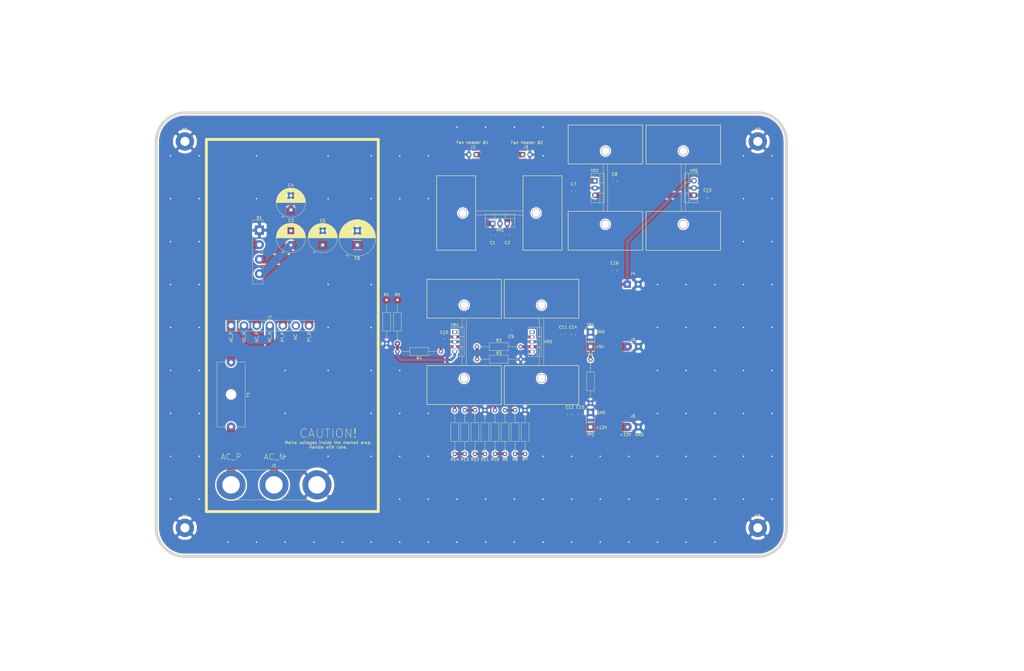
<source format=kicad_pcb>
(kicad_pcb (version 20171130) (host pcbnew "(5.1.5)-3")
  (layers (0 F.Cu signal) (31 B.Cu signal) (34 B.Paste user) (35 F.Paste user) (36 B.SilkS user) (37 F.SilkS user) (38 B.Mask user) (39 F.Mask user) (44 Edge.Cuts user))
  (net 0 "")
  (net 1 GND)
  (net 2 "Net-(C2-Pad1)")
  (net 3 +12V)
  (net 4 +5V)
  (net 5 +3V3)
  (net 6 "Net-(D1-Pad2)")
  (net 7 "Net-(D1-Pad3)")
  (net 8 "Net-(F1-Pad2)")
  (net 9 "Net-(F1-Pad1)")
  (net 10 "Net-(J1-Pad2)")
  (net 11 "Net-(T1-Pad8)")
  (net 12 "Net-(R2-Pad2)")
  (net 13 "Net-(VR3-Pad1)")
  (net 14 "Net-(VR4-Pad1)")
  (net 15 "Net-(R7-Pad2)")
  (net 16 "Net-(R8-Pad2)")
  (net 17 "Net-(R10-Pad1)")
  (net 18 "Net-(R11-Pad2)")
  (net 19 "Net-(R12-Pad2)")
  (net 20 "Net-(R13-Pad2)")
  (net 21 VCC)
  (net 22 "Net-(C3-Pad2)")
  (net 23 "Net-(C13-Pad1)")
  (net 24 "Net-(R1-Pad2)")
  (net 25 "Net-(R4-Pad2)")
  (module footprints:Bigger_TO220_Heatsink (layer F.Cu) (at 557.5 355 90)
    (fp_text reference HS4 hide)
    (fp_text value Heatsink)
    (pad "" np_thru_hole circle (at -12.8 0 90) (size 3 3) (drill 2.75) (layers *.Cu *.Mask))
    (pad "" np_thru_hole circle (at 12.8 0 90) (size 3 3) (drill 2.75) (layers *.Cu *.Mask))
  )
  (module Symbol:Symbol_Highvoltage_Type2_CopperTop_Small (layer F.Cu) (at 510 380)
    (fp_text reference REF**)
    (fp_text value Symbol_Highvoltage_Type2_CopperTop_Small)
    (fp_line (start -1.143 1.397) (end -1.27 0.889) (layer F.Cu) (width 0.381))
    (fp_line (start 0 -0.889) (end -1.143 1.397) (layer F.Cu) (width 0.381))
    (fp_line (start -1.397 -0.889) (end 0 -0.889) (layer F.Cu) (width 0.381))
    (fp_line (start 0.127 -3.175) (end -1.397 -0.889) (layer F.Cu) (width 0.381))
    (fp_line (start 0.381 -2.794) (end 0.254 -3.302) (layer F.Cu) (width 0.381))
    (fp_line (start 1.143 -3.302) (end 0.381 -2.794) (layer F.Cu) (width 0.381))
    (fp_line (start -0.635 -1.27) (end 1.143 -3.302) (layer F.Cu) (width 0.381))
    (fp_line (start 0.635 -1.27) (end -0.635 -1.27) (layer F.Cu) (width 0.381))
    (fp_line (start -1.143 1.524) (end 0.635 -1.27) (layer F.Cu) (width 0.381))
    (fp_line (start -0.635 1.27) (end -1.143 1.524) (layer F.Cu) (width 0.381))
    (fp_line (start -1.397 1.905) (end -0.635 1.27) (layer F.Cu) (width 0.381))
    (fp_line (start -1.27 0.889) (end -1.397 1.905) (layer F.Cu) (width 0.381))
    (fp_line (start -1.016 -1.016) (end 0.254 -1.016) (layer F.Cu) (width 0.381))
    (fp_line (start 0.381 -2.921) (end -1.016 -1.016) (layer F.Cu) (width 0.381))
    (fp_line (start -8.89 3.81) (end 0 -7.62) (layer F.Cu) (width 1.27))
    (fp_line (start 8.89 3.81) (end -8.89 3.81) (layer F.Cu) (width 1.27))
    (fp_line (start 0 -7.62) (end 8.89 3.81) (layer F.Cu) (width 1.27))
  )
  (module TestPoint:TestPoint_2Pads_Pitch5.08mm_Drill1.3mm (layer F.Cu) (at 601.6 384.75 90)
    (fp_text reference TP2 (at -2.7 0 180) (layer F.SilkS))
    (fp_text value "Voltage Test Point")
    (pad 2 thru_hole circle (at 5.08 0 90) (size 2.6 2.6) (drill 1.3) (layers *.Cu *.Mask) (net 1 GND))
    (pad 1 thru_hole roundrect (at 0 0 90) (size 2.6 2.6) (drill 1.3) (layers *.Cu *.Mask) (net 3 +12V))
  )
  (module Resistor_THT:R_Axial_DIN0207_L6.3mm_D2.5mm_P15.24mm_Horizontal (layer F.Cu) (at 554.2 394.14 90)
    (fp_text reference R14 (at -1.96 0 180) (layer F.SilkS))
    (fp_text value 330)
    (pad 2 thru_hole oval (at 15.24 0 90) (size 1.6 1.6) (drill 0.8) (layers *.Cu *.Mask) (net 3 +12V))
    (pad 1 thru_hole circle (at 0 0 90) (size 1.6 1.6) (drill 0.8) (layers *.Cu *.Mask) (net 20 "Net-(R13-Pad2)"))
  )
  (module Resistor_THT:R_Axial_DIN0207_L6.3mm_D2.5mm_P15.24mm_Horizontal (layer F.Cu) (at 557.7 378.91 270)
    (fp_text reference R13 (at 17.19 0 180) (layer F.SilkS))
    (fp_text value 330)
    (pad 2 thru_hole oval (at 15.24 0 270) (size 1.6 1.6) (drill 0.8) (layers *.Cu *.Mask) (net 20 "Net-(R13-Pad2)"))
    (pad 1 thru_hole circle (at 0 0 270) (size 1.6 1.6) (drill 0.8) (layers *.Cu *.Mask) (net 19 "Net-(R12-Pad2)"))
  )
  (module Resistor_THT:R_Axial_DIN0207_L6.3mm_D2.5mm_P15.24mm_Horizontal (layer F.Cu) (at 561.25 394.14 90)
    (fp_text reference R12 (at -1.96 0 180) (layer F.SilkS))
    (fp_text value 330)
    (pad 2 thru_hole oval (at 15.24 0 90) (size 1.6 1.6) (drill 0.8) (layers *.Cu *.Mask) (net 19 "Net-(R12-Pad2)"))
    (pad 1 thru_hole circle (at 0 0 90) (size 1.6 1.6) (drill 0.8) (layers *.Cu *.Mask) (net 18 "Net-(R11-Pad2)"))
  )
  (module Resistor_THT:R_Axial_DIN0207_L6.3mm_D2.5mm_P15.24mm_Horizontal (layer F.Cu) (at 564.75 378.91 270)
    (fp_text reference R11 (at 17.19 0 180) (layer F.SilkS))
    (fp_text value 330)
    (pad 2 thru_hole oval (at 15.24 0 270) (size 1.6 1.6) (drill 0.8) (layers *.Cu *.Mask) (net 18 "Net-(R11-Pad2)"))
    (pad 1 thru_hole circle (at 0 0 270) (size 1.6 1.6) (drill 0.8) (layers *.Cu *.Mask) (net 1 GND))
  )
  (module Resistor_THT:R_Axial_DIN0207_L6.3mm_D2.5mm_P15.24mm_Horizontal (layer F.Cu) (at 568.25 394.14 90)
    (fp_text reference R10 (at -1.96 0 180) (layer F.SilkS))
    (fp_text value 330)
    (pad 2 thru_hole oval (at 15.24 0 90) (size 1.6 1.6) (drill 0.8) (layers *.Cu *.Mask) (net 3 +12V))
    (pad 1 thru_hole circle (at 0 0 90) (size 1.6 1.6) (drill 0.8) (layers *.Cu *.Mask) (net 17 "Net-(R10-Pad1)"))
  )
  (module Resistor_THT:R_Axial_DIN0207_L6.3mm_D2.5mm_P15.24mm_Horizontal (layer F.Cu) (at 571.75 378.91 270)
    (fp_text reference R9 (at 17.19 0 180) (layer F.SilkS))
    (fp_text value 330)
    (pad 2 thru_hole oval (at 15.24 0 270) (size 1.6 1.6) (drill 0.8) (layers *.Cu *.Mask) (net 17 "Net-(R10-Pad1)"))
    (pad 1 thru_hole circle (at 0 0 270) (size 1.6 1.6) (drill 0.8) (layers *.Cu *.Mask) (net 16 "Net-(R8-Pad2)"))
  )
  (module Resistor_THT:R_Axial_DIN0207_L6.3mm_D2.5mm_P15.24mm_Horizontal (layer F.Cu) (at 575.25 394.14 90)
    (fp_text reference R8 (at -1.96 0 180) (layer F.SilkS))
    (fp_text value 330)
    (pad 2 thru_hole oval (at 15.24 0 90) (size 1.6 1.6) (drill 0.8) (layers *.Cu *.Mask) (net 16 "Net-(R8-Pad2)"))
    (pad 1 thru_hole circle (at 0 0 90) (size 1.6 1.6) (drill 0.8) (layers *.Cu *.Mask) (net 15 "Net-(R7-Pad2)"))
  )
  (module Resistor_THT:R_Axial_DIN0207_L6.3mm_D2.5mm_P15.24mm_Horizontal (layer F.Cu) (at 578.75 378.91 270)
    (fp_text reference R7 (at 17.19 0 180) (layer F.SilkS))
    (fp_text value 330)
    (pad 2 thru_hole oval (at 15.24 0 270) (size 1.6 1.6) (drill 0.8) (layers *.Cu *.Mask) (net 15 "Net-(R7-Pad2)"))
    (pad 1 thru_hole circle (at 0 0 270) (size 1.6 1.6) (drill 0.8) (layers *.Cu *.Mask) (net 1 GND))
  )
  (module Connector_Wire:SolderWirePad_1x02_P3.81mm_Drill1mm (layer F.Cu) (at 614.5 384.75)
    (fp_text reference J6 (at 1.905 -3.81) (layer F.SilkS))
    (fp_text value Conn_01x02)
    (pad 2 thru_hole circle (at 3.81 0) (size 2.49936 2.49936) (drill 1.00076) (layers *.Cu *.Mask) (net 1 GND))
    (pad 1 thru_hole rect (at 0 0) (size 2.49936 2.49936) (drill 1.00076) (layers *.Cu *.Mask) (net 3 +12V))
  )
  (module Connector_Wire:SolderWirePad_1x02_P3.81mm_Drill1mm (layer F.Cu) (at 614.55 356.65)
    (fp_text reference J5 (at 1.9 -2.45) (layer F.SilkS))
    (fp_text value Conn_01x02)
    (pad 2 thru_hole circle (at 3.81 0) (size 2.49936 2.49936) (drill 1.00076) (layers *.Cu *.Mask) (net 1 GND))
    (pad 1 thru_hole rect (at 0 0) (size 2.49936 2.49936) (drill 1.00076) (layers *.Cu *.Mask) (net 4 +5V))
  )
  (module Connector_Wire:SolderWirePad_1x02_P3.81mm_Drill1mm (layer F.Cu) (at 614.45 334.9)
    (fp_text reference J4 (at 1.905 -3.81) (layer F.SilkS))
    (fp_text value Conn_01x02)
    (pad 2 thru_hole circle (at 3.81 0) (size 2.49936 2.49936) (drill 1.00076) (layers *.Cu *.Mask) (net 1 GND))
    (pad 1 thru_hole rect (at 0 0) (size 2.49936 2.49936) (drill 1.00076) (layers *.Cu *.Mask) (net 5 +3V3))
  )
  (module MountingHole:MountingHole_3.2mm_M3_Pad (layer F.Cu) (at 460 420)
    (fp_text reference H4 (at 0 -4.2) (layer F.SilkS))
    (fp_text value MountingHole)
    (pad 1 thru_hole circle (at 0 0) (size 6.4 6.4) (drill 3.2) (layers *.Cu *.Mask) (net 1 GND))
  )
  (module MountingHole:MountingHole_3.2mm_M3_Pad (layer F.Cu) (at 660 420)
    (fp_text reference H3 (at 0 -4.2) (layer F.SilkS))
    (fp_text value MountingHole)
    (pad 1 thru_hole circle (at 0 0) (size 6.4 6.4) (drill 3.2) (layers *.Cu *.Mask) (net 1 GND))
  )
  (module MountingHole:MountingHole_3.2mm_M3_Pad (layer F.Cu) (at 660 285)
    (fp_text reference H2 (at 0 -4.2) (layer F.SilkS))
    (fp_text value MountingHole)
    (pad 1 thru_hole circle (at 0 0) (size 6.4 6.4) (drill 3.2) (layers *.Cu *.Mask) (net 1 GND))
  )
  (module MountingHole:MountingHole_3.2mm_M3_Pad (layer F.Cu) (at 460 285)
    (fp_text reference H1 (at 0 -4.2) (layer F.SilkS))
    (fp_text value MountingHole)
    (pad 1 thru_hole circle (at 0 0) (size 6.4 6.4) (drill 3.2) (layers *.Cu *.Mask) (net 1 GND))
  )
  (module Capacitor_SMD:C_0805_2012Metric_Pad1.15x1.40mm_HandSolder (layer F.Cu) (at 610 330.175 90)
    (fp_text reference C16 (at 2.675 0 180) (layer F.SilkS))
    (fp_text value 1uF)
    (pad 2 smd roundrect (at 1.025 0 90) (size 1.15 1.4) (layers F.Cu F.Paste F.Mask) (roundrect_rratio 0.217391) (net 1 GND))
    (pad 1 smd roundrect (at -1.025 0 90) (size 1.15 1.4) (layers F.Cu F.Paste F.Mask) (roundrect_rratio 0.217391) (net 5 +3V3))
  )
  (module Capacitor_SMD:C_0805_2012Metric_Pad1.15x1.40mm_HandSolder (layer F.Cu) (at 598 380.4 90)
    (fp_text reference C15 (at 2.6 0 180) (layer F.SilkS))
    (fp_text value 10uF)
    (pad 2 smd roundrect (at 1.025 0 90) (size 1.15 1.4) (layers F.Cu F.Paste F.Mask) (roundrect_rratio 0.217391) (net 1 GND))
    (pad 1 smd roundrect (at -1.025 0 90) (size 1.15 1.4) (layers F.Cu F.Paste F.Mask) (roundrect_rratio 0.217391) (net 3 +12V))
  )
  (module Capacitor_SMD:C_0805_2012Metric_Pad1.15x1.40mm_HandSolder (layer F.Cu) (at 595.5 352.4 90)
    (fp_text reference C14 (at 2.5 0 180) (layer F.SilkS))
    (fp_text value 10uF)
    (pad 2 smd roundrect (at 1.025 0 90) (size 1.15 1.4) (layers F.Cu F.Paste F.Mask) (roundrect_rratio 0.217391) (net 1 GND))
    (pad 1 smd roundrect (at -1.025 0 90) (size 1.15 1.4) (layers F.Cu F.Paste F.Mask) (roundrect_rratio 0.217391) (net 4 +5V))
  )
  (module Capacitor_SMD:C_1206_3216Metric_Pad1.42x1.75mm_HandSolder (layer F.Cu) (at 642.4 303.8)
    (fp_text reference C13 (at 0 -1.82) (layer F.SilkS))
    (fp_text value 4.7uF)
    (pad 2 smd roundrect (at 1.4875 0) (size 1.425 1.75) (layers F.Cu F.Paste F.Mask) (roundrect_rratio 0.175439) (net 1 GND))
    (pad 1 smd roundrect (at -1.4875 0) (size 1.425 1.75) (layers F.Cu F.Paste F.Mask) (roundrect_rratio 0.175439) (net 23 "Net-(C13-Pad1)"))
  )
  (module Capacitor_SMD:C_0805_2012Metric_Pad1.15x1.40mm_HandSolder (layer F.Cu) (at 594.3 380.425 90)
    (fp_text reference C12 (at 2.575 0 180) (layer F.SilkS))
    (fp_text value 10uF)
    (pad 2 smd roundrect (at 1.025 0 90) (size 1.15 1.4) (layers F.Cu F.Paste F.Mask) (roundrect_rratio 0.217391) (net 1 GND))
    (pad 1 smd roundrect (at -1.025 0 90) (size 1.15 1.4) (layers F.Cu F.Paste F.Mask) (roundrect_rratio 0.217391) (net 3 +12V))
  )
  (module Capacitor_SMD:C_0805_2012Metric_Pad1.15x1.40mm_HandSolder (layer F.Cu) (at 592 352.4 90)
    (fp_text reference C11 (at 2.5 0 180) (layer F.SilkS))
    (fp_text value 10uF)
    (pad 2 smd roundrect (at 1.025 0 90) (size 1.15 1.4) (layers F.Cu F.Paste F.Mask) (roundrect_rratio 0.217391) (net 1 GND))
    (pad 1 smd roundrect (at -1.025 0 90) (size 1.15 1.4) (layers F.Cu F.Paste F.Mask) (roundrect_rratio 0.217391) (net 4 +5V))
  )
  (module Capacitor_SMD:C_0805_2012Metric_Pad1.15x1.40mm_HandSolder (layer F.Cu) (at 610 298.975 90)
    (fp_text reference C8 (at 2.475 0 180) (layer F.SilkS))
    (fp_text value 0.1uF)
    (pad 2 smd roundrect (at 1.025 0 90) (size 1.15 1.4) (layers F.Cu F.Paste F.Mask) (roundrect_rratio 0.217391) (net 1 GND))
    (pad 1 smd roundrect (at -1.025 0 90) (size 1.15 1.4) (layers F.Cu F.Paste F.Mask) (roundrect_rratio 0.217391) (net 23 "Net-(C13-Pad1)"))
  )
  (module Capacitor_SMD:C_0805_2012Metric_Pad1.15x1.40mm_HandSolder (layer F.Cu) (at 595.7 302.325 270)
    (fp_text reference C7 (at -2.425 0 180) (layer F.SilkS))
    (fp_text value 1uF)
    (pad 2 smd roundrect (at 1.025 0 270) (size 1.15 1.4) (layers F.Cu F.Paste F.Mask) (roundrect_rratio 0.217391) (net 1 GND))
    (pad 1 smd roundrect (at -1.025 0 270) (size 1.15 1.4) (layers F.Cu F.Paste F.Mask) (roundrect_rratio 0.217391) (net 21 VCC))
  )
  (module Resistor_THT:R_Axial_DIN0207_L6.3mm_D2.5mm_P15.24mm_Horizontal (layer F.Cu) (at 601.6 376.44 90)
    (fp_text reference R6 (at 16.94 0 180) (layer F.SilkS))
    (fp_text value 330)
    (pad 2 thru_hole oval (at 15.24 0 90) (size 1.6 1.6) (drill 0.8) (layers *.Cu *.Mask) (net 4 +5V))
    (pad 1 thru_hole circle (at 0 0 90) (size 1.6 1.6) (drill 0.8) (layers *.Cu *.Mask) (net 1 GND))
  )
  (module Resistor_THT:R_Axial_DIN0207_L6.3mm_D2.5mm_P15.24mm_Horizontal (layer F.Cu) (at 534.2 355.6 90)
    (fp_text reference R5 (at 17 0 180) (layer F.SilkS))
    (fp_text value 220)
    (pad 2 thru_hole oval (at 15.24 0 90) (size 1.6 1.6) (drill 0.8) (layers *.Cu *.Mask) (net 24 "Net-(R1-Pad2)"))
    (pad 1 thru_hole circle (at 0 0 90) (size 1.6 1.6) (drill 0.8) (layers *.Cu *.Mask) (net 25 "Net-(R4-Pad2)"))
  )
  (module Resistor_THT:R_Axial_DIN0207_L6.3mm_D2.5mm_P15.24mm_Horizontal (layer F.Cu) (at 577.2 356.7 180)
    (fp_text reference R2 (at 7.62 2.2) (layer F.SilkS))
    (fp_text value 1k)
    (pad 2 thru_hole oval (at 15.24 0 180) (size 1.6 1.6) (drill 0.8) (layers *.Cu *.Mask) (net 12 "Net-(R2-Pad2)"))
    (pad 1 thru_hole circle (at 0 0 180) (size 1.6 1.6) (drill 0.8) (layers *.Cu *.Mask) (net 4 +5V))
  )
  (module Resistor_THT:R_Axial_DIN0207_L6.3mm_D2.5mm_P15.24mm_Horizontal (layer F.Cu) (at 530.4 355.6 90)
    (fp_text reference R1 (at 17 0 180) (layer F.SilkS))
    (fp_text value 10)
    (pad 2 thru_hole oval (at 15.24 0 90) (size 1.6 1.6) (drill 0.8) (layers *.Cu *.Mask) (net 24 "Net-(R1-Pad2)"))
    (pad 1 thru_hole circle (at 0 0 90) (size 1.6 1.6) (drill 0.8) (layers *.Cu *.Mask) (net 1 GND))
  )
  (module Package_TO_SOT_THT:TO-220-5_Vertical (layer F.Cu) (at 554.2 351.6 270)
    (fp_text reference VR4 (at -2.5 0 180) (layer F.SilkS))
    (fp_text value MIC29503WT)
    (pad 5 thru_hole oval (at 6.8 0 270) (size 1.275 1.8) (drill 1.1) (layers *.Cu *.Mask) (net 25 "Net-(R4-Pad2)"))
    (pad 4 thru_hole oval (at 5.1 0 270) (size 1.275 1.8) (drill 1.1) (layers *.Cu *.Mask) (net 3 +12V))
    (pad 3 thru_hole oval (at 3.4 0 270) (size 1.275 1.8) (drill 1.1) (layers *.Cu *.Mask) (net 1 GND))
    (pad 2 thru_hole oval (at 1.7 0 270) (size 1.275 1.8) (drill 1.1) (layers *.Cu *.Mask) (net 21 VCC))
    (pad 1 thru_hole rect (at 0 0 270) (size 1.275 1.8) (drill 1.1) (layers *.Cu *.Mask) (net 14 "Net-(VR4-Pad1)"))
  )
  (module Package_TO_SOT_THT:TO-220-5_Vertical (layer F.Cu) (at 581.2 351.6 270)
    (fp_text reference VR3 (at 3.4 -5.55 180) (layer F.SilkS))
    (fp_text value MIC29503WT)
    (pad 5 thru_hole oval (at 6.8 0 270) (size 1.275 1.8) (drill 1.1) (layers *.Cu *.Mask) (net 12 "Net-(R2-Pad2)"))
    (pad 4 thru_hole oval (at 5.1 0 270) (size 1.275 1.8) (drill 1.1) (layers *.Cu *.Mask) (net 4 +5V))
    (pad 3 thru_hole oval (at 3.4 0 270) (size 1.275 1.8) (drill 1.1) (layers *.Cu *.Mask) (net 1 GND))
    (pad 2 thru_hole oval (at 1.7 0 270) (size 1.275 1.8) (drill 1.1) (layers *.Cu *.Mask) (net 21 VCC))
    (pad 1 thru_hole rect (at 0 0 270) (size 1.275 1.8) (drill 1.1) (layers *.Cu *.Mask) (net 13 "Net-(VR3-Pad1)"))
  )
  (module footprints:TriadTransformer (layer F.Cu) (at 476.124 349.354 90)
    (fp_text reference T1 (at 2.854 13.576 90) (layer F.SilkS))
    (fp_text value "Triad FD8-16")
    (fp_text user PT_N (at -4 27.25 90) (layer F.SilkS))
    (fp_text user NC (at -4 22.5 90) (layer F.SilkS))
    (fp_text user PT_P (at -4 18 90) (layer F.SilkS))
    (fp_text user AC_P (at -4 9 90) (layer F.SilkS))
    (fp_text user AC_N (at -4 13.5 90) (layer F.SilkS))
    (fp_text user AC_N (at -4 4.5 90) (layer F.SilkS))
    (fp_text user AC_P (at -4 0 90) (layer F.SilkS))
    (pad 10 thru_hole oval (at 0 27.2 90) (size 3 3) (drill 1.75) (layers *.Cu *.Mask) (net 7 "Net-(D1-Pad3)"))
    (pad 8 thru_hole oval (at 0 22.6 90) (size 3 3) (drill 1.75) (layers *.Cu *.Mask) (net 11 "Net-(T1-Pad8)"))
    (pad 6 thru_hole oval (at 0 18.06 90) (size 3 3) (drill 1.75) (layers *.Cu *.Mask) (net 6 "Net-(D1-Pad2)"))
    (pad 5 thru_hole oval (at 0 13.52 90) (size 3 3) (drill 1.75) (layers *.Cu *.Mask) (net 10 "Net-(J1-Pad2)"))
    (pad 4 thru_hole oval (at 0 8.98 90) (size 3 3) (drill 1.75) (layers *.Cu *.Mask) (net 9 "Net-(F1-Pad1)"))
    (pad 2 thru_hole oval (at 0 4.5 90) (size 3 3) (drill 1.75) (layers *.Cu *.Mask) (net 10 "Net-(J1-Pad2)"))
    (pad 1 thru_hole rect (at 0 0 90) (size 3 3) (drill 1.75) (layers *.Cu *.Mask) (net 9 "Net-(F1-Pad1)"))
  )
  (module TestPoint:TestPoint_2Pads_Pitch5.08mm_Drill1.3mm (layer F.Cu) (at 601.6 356.68 90)
    (fp_text reference TP1 (at 7.58 0 180) (layer F.SilkS))
    (fp_text value "Voltage Test Point")
    (pad 2 thru_hole circle (at 5.08 0 90) (size 2.6 2.6) (drill 1.3) (layers *.Cu *.Mask) (net 1 GND))
    (pad 1 thru_hole roundrect (at 0 0 90) (size 2.6 2.6) (drill 1.3) (layers *.Cu *.Mask) (net 4 +5V))
  )
  (module Resistor_THT:R_Axial_DIN0207_L6.3mm_D2.5mm_P15.24mm_Horizontal (layer F.Cu) (at 549.4 358.4 180)
    (fp_text reference R4 (at 7.62 -2.37) (layer F.SilkS))
    (fp_text value 2k)
    (pad 2 thru_hole oval (at 15.24 0 180) (size 1.6 1.6) (drill 0.8) (layers *.Cu *.Mask) (net 25 "Net-(R4-Pad2)"))
    (pad 1 thru_hole circle (at 0 0 180) (size 1.6 1.6) (drill 0.8) (layers *.Cu *.Mask) (net 3 +12V))
  )
  (module Resistor_THT:R_Axial_DIN0207_L6.3mm_D2.5mm_P15.24mm_Horizontal (layer F.Cu) (at 562 361.1)
    (fp_text reference R3 (at 7.62 -2.1) (layer F.SilkS))
    (fp_text value 330)
    (pad 2 thru_hole oval (at 15.24 0) (size 1.6 1.6) (drill 0.8) (layers *.Cu *.Mask) (net 1 GND))
    (pad 1 thru_hole circle (at 0 0) (size 1.6 1.6) (drill 0.8) (layers *.Cu *.Mask) (net 12 "Net-(R2-Pad2)"))
  )
  (module Capacitor_SMD:C_0805_2012Metric_Pad1.15x1.40mm_HandSolder (layer F.Cu) (at 550.475 353.3 180)
    (fp_text reference C10 (at 0 1.6) (layer F.SilkS))
    (fp_text value 10uF)
    (pad 2 smd roundrect (at 1.025 0 180) (size 1.15 1.4) (layers F.Cu F.Paste F.Mask) (roundrect_rratio 0.217391) (net 1 GND))
    (pad 1 smd roundrect (at -1.025 0 180) (size 1.15 1.4) (layers F.Cu F.Paste F.Mask) (roundrect_rratio 0.217391) (net 21 VCC))
  )
  (module Capacitor_SMD:C_0805_2012Metric_Pad1.15x1.40mm_HandSolder (layer F.Cu) (at 573.875 351.6 180)
    (fp_text reference C9 (at 0 -1.65) (layer F.SilkS))
    (fp_text value 10uF)
    (pad 2 smd roundrect (at 1.025 0 180) (size 1.15 1.4) (layers F.Cu F.Paste F.Mask) (roundrect_rratio 0.217391) (net 1 GND))
    (pad 1 smd roundrect (at -1.025 0 180) (size 1.15 1.4) (layers F.Cu F.Paste F.Mask) (roundrect_rratio 0.217391) (net 21 VCC))
  )
  (module Package_TO_SOT_THT:TO-220-3_Vertical (layer F.Cu) (at 637.7 303.8 90)
    (fp_text reference VR5 (at 8.6 0 180) (layer F.SilkS))
    (fp_text value MCP1826S-3302E_AB)
    (pad 3 thru_hole oval (at 5.08 0 90) (size 1.905 2) (drill 1.1) (layers *.Cu *.Mask) (net 5 +3V3))
    (pad 2 thru_hole oval (at 2.54 0 90) (size 1.905 2) (drill 1.1) (layers *.Cu *.Mask) (net 1 GND))
    (pad 1 thru_hole rect (at 0 0 90) (size 1.905 2) (drill 1.1) (layers *.Cu *.Mask) (net 23 "Net-(C13-Pad1)"))
  )
  (module Package_TO_SOT_THT:TO-220-3_Vertical (layer F.Cu) (at 603.12 298.75 270)
    (fp_text reference VR2 (at -3.55 0.02 180) (layer F.SilkS))
    (fp_text value L78S05CV)
    (pad 3 thru_hole oval (at 5.08 0 270) (size 1.905 2) (drill 1.1) (layers *.Cu *.Mask) (net 23 "Net-(C13-Pad1)"))
    (pad 2 thru_hole oval (at 2.54 0 270) (size 1.905 2) (drill 1.1) (layers *.Cu *.Mask) (net 1 GND))
    (pad 1 thru_hole rect (at 0 0 270) (size 1.905 2) (drill 1.1) (layers *.Cu *.Mask) (net 21 VCC))
  )
  (module Package_TO_SOT_THT:TO-220-3_Vertical (layer F.Cu) (at 567.46 313.68)
    (fp_text reference VR1 (at 2.54 2.32) (layer F.SilkS))
    (fp_text value L78S12CV hide)
    (pad 3 thru_hole oval (at 5.08 0) (size 1.905 2) (drill 1.1) (layers *.Cu *.Mask) (net 2 "Net-(C2-Pad1)"))
    (pad 2 thru_hole oval (at 2.54 0) (size 1.905 2) (drill 1.1) (layers *.Cu *.Mask) (net 1 GND))
    (pad 1 thru_hole rect (at 0 0) (size 1.905 2) (drill 1.1) (layers *.Cu *.Mask) (net 21 VCC))
  )
  (module Connector_PinHeader_2.54mm:PinHeader_1x02_P2.54mm_Vertical (layer F.Cu) (at 577.9 289.6 90)
    (fp_text reference J3 (at 2.6 1.1 180) (layer F.SilkS))
    (fp_text value "Fan Header #2")
    (pad 2 thru_hole oval (at 0 2.54 90) (size 1.7 1.7) (drill 1) (layers *.Cu *.Mask) (net 1 GND))
    (pad 1 thru_hole rect (at 0 0 90) (size 1.7 1.7) (drill 1) (layers *.Cu *.Mask) (net 2 "Net-(C2-Pad1)"))
  )
  (module Connector_PinHeader_2.54mm:PinHeader_1x02_P2.54mm_Vertical (layer F.Cu) (at 561.7 289.6 270)
    (fp_text reference J2 (at -2.6 1.16 180) (layer F.SilkS))
    (fp_text value "Fan Header #1")
    (pad 2 thru_hole oval (at 0 2.54 270) (size 1.7 1.7) (drill 1) (layers *.Cu *.Mask) (net 1 GND))
    (pad 1 thru_hole rect (at 0 0 270) (size 1.7 1.7) (drill 1) (layers *.Cu *.Mask) (net 2 "Net-(C2-Pad1)"))
  )
  (module Connector:Banana_Jack_3Pin (layer F.Cu) (at 476.12 404.98)
    (fp_text reference J1 (at 14.99 -6.75) (layer F.SilkS))
    (fp_text value Conn_WallSocket_Earth)
    (pad 2 thru_hole circle (at 14.99 0) (size 10.16 10.16) (drill 6.1) (layers *.Cu *.Mask) (net 10 "Net-(J1-Pad2)"))
    (pad 3 thru_hole circle (at 29.97 0) (size 10.16 10.16) (drill 6.1) (layers *.Cu *.Mask) (net 1 GND))
    (pad 1 thru_hole circle (at 0 0) (size 10.16 10.16) (drill 6.1) (layers *.Cu *.Mask) (net 8 "Net-(F1-Pad2)"))
  )
  (module footprints:Bigger_TO220_Heatsink (layer F.Cu) (at 634 301.15 90)
    (fp_text reference HS7 hide)
    (fp_text value Heatsink)
    (pad "" np_thru_hole circle (at -12.8 0 90) (size 3 3) (drill 2.75) (layers *.Cu *.Mask))
    (pad "" np_thru_hole circle (at 12.8 0 90) (size 3 3) (drill 2.75) (layers *.Cu *.Mask))
  )
  (module footprints:Bigger_TO220_Heatsink (layer F.Cu) (at 584.5 355 90)
    (fp_text reference HS3 hide)
    (fp_text value Heatsink)
    (pad "" np_thru_hole circle (at -12.8 0 90) (size 3 3) (drill 2.75) (layers *.Cu *.Mask))
    (pad "" np_thru_hole circle (at 12.8 0 90) (size 3 3) (drill 2.75) (layers *.Cu *.Mask))
  )
  (module footprints:Bigger_TO220_Heatsink (layer F.Cu) (at 606.8 301.15 270)
    (fp_text reference HS2 hide)
    (fp_text value Heatsink)
    (pad "" np_thru_hole circle (at -12.8 0 270) (size 3 3) (drill 2.75) (layers *.Cu *.Mask))
    (pad "" np_thru_hole circle (at 12.8 0 270) (size 3 3) (drill 2.75) (layers *.Cu *.Mask))
  )
  (module footprints:Bigger_TO220_Heatsink (layer F.Cu) (at 569.8 310)
    (fp_text reference HS1 hide)
    (fp_text value Heatsink hide)
    (pad "" np_thru_hole circle (at -12.8 0) (size 3 3) (drill 2.75) (layers *.Cu *.Mask))
    (pad "" np_thru_hole circle (at 12.8 0) (size 3 3) (drill 2.75) (layers *.Cu *.Mask))
  )
  (module Fuse:Fuseholder_Cylinder-5x20mm_Schurter_0031_8201_Horizontal_Open (layer F.Cu) (at 476.124 362.16 270)
    (fp_text reference F1 (at 11.25 -6 90) (layer F.SilkS))
    (fp_text value Fuse)
    (pad "" np_thru_hole circle (at 11.25 0 270) (size 2.7 2.7) (drill 2.7) (layers *.Cu *.Mask))
    (pad 2 thru_hole circle (at 22.5 0 270) (size 3 3) (drill 1.3) (layers *.Cu *.Mask) (net 8 "Net-(F1-Pad2)"))
    (pad 1 thru_hole circle (at 0 0 270) (size 3 3) (drill 1.3) (layers *.Cu *.Mask) (net 9 "Net-(F1-Pad1)"))
  )
  (module Diode_THT:Diode_Bridge_Vishay_GBU (layer F.Cu) (at 486 316 270)
    (fp_text reference D1 (at -4.37 0.05) (layer F.SilkS))
    (fp_text value "Diode bridge")
    (pad 1 thru_hole rect (at 0 0 270) (size 3.2 3.2) (drill 1.6) (layers *.Cu *.Mask) (net 1 GND))
    (pad 2 thru_hole circle (at 5.08 0 270) (size 3.2 3.2) (drill 1.6) (layers *.Cu *.Mask) (net 6 "Net-(D1-Pad2)"))
    (pad 3 thru_hole circle (at 10.16 0 270) (size 3.2 3.2) (drill 1.6) (layers *.Cu *.Mask) (net 7 "Net-(D1-Pad3)"))
    (pad 4 thru_hole circle (at 15.24 0 270) (size 3.2 3.2) (drill 1.6) (layers *.Cu *.Mask) (net 21 VCC))
  )
  (module Capacitor_THT:CP_Radial_D12.5mm_P5.00mm (layer F.Cu) (at 520.2 321.2 90)
    (fp_text reference C6 (at -4.6 0 180) (layer F.SilkS))
    (fp_text value 1000uf)
    (pad 2 thru_hole circle (at 5 0 90) (size 2.4 2.4) (drill 1.2) (layers *.Cu *.Mask) (net 1 GND))
    (pad 1 thru_hole rect (at 0 0 90) (size 2.4 2.4) (drill 1.2) (layers *.Cu *.Mask) (net 21 VCC))
  )
  (module Capacitor_THT:CP_Radial_D10.0mm_P5.00mm (layer F.Cu) (at 508.1 321.2 90)
    (fp_text reference C5 (at 8.5 0 180) (layer F.SilkS))
    (fp_text value 470uF)
    (pad 2 thru_hole circle (at 5 0 90) (size 2 2) (drill 1) (layers *.Cu *.Mask) (net 1 GND))
    (pad 1 thru_hole rect (at 0 0 90) (size 2 2) (drill 1) (layers *.Cu *.Mask) (net 21 VCC))
  )
  (module Capacitor_THT:CP_Radial_D10.0mm_P5.00mm (layer F.Cu) (at 497 308.9 90)
    (fp_text reference C4 (at 8.65 0 180) (layer F.SilkS))
    (fp_text value 470uF)
    (pad 2 thru_hole circle (at 5 0 90) (size 2 2) (drill 1) (layers *.Cu *.Mask) (net 1 GND))
    (pad 1 thru_hole rect (at 0 0 90) (size 2 2) (drill 1) (layers *.Cu *.Mask) (net 22 "Net-(C3-Pad2)"))
  )
  (module Capacitor_THT:CP_Radial_D10.0mm_P5.00mm (layer F.Cu) (at 497 321.2 90)
    (fp_text reference C3 (at 8.6 0 180) (layer F.SilkS))
    (fp_text value 470uF)
    (pad 2 thru_hole circle (at 5 0 90) (size 2 2) (drill 1) (layers *.Cu *.Mask) (net 22 "Net-(C3-Pad2)"))
    (pad 1 thru_hole rect (at 0 0 90) (size 2 2) (drill 1) (layers *.Cu *.Mask) (net 21 VCC))
  )
  (module Capacitor_SMD:C_0805_2012Metric_Pad1.15x1.40mm_HandSolder (layer F.Cu) (at 572.54 317.835 270)
    (fp_text reference C2 (at 2.545 -0.01 180) (layer F.SilkS))
    (fp_text value 0.1uF)
    (pad 2 smd roundrect (at 1.025 0 270) (size 1.15 1.4) (layers F.Cu F.Paste F.Mask) (roundrect_rratio 0.217391) (net 1 GND))
    (pad 1 smd roundrect (at -1.025 0 270) (size 1.15 1.4) (layers F.Cu F.Paste F.Mask) (roundrect_rratio 0.217391) (net 2 "Net-(C2-Pad1)"))
  )
  (module Capacitor_SMD:C_0805_2012Metric_Pad1.15x1.40mm_HandSolder (layer F.Cu) (at 567.46 317.825 90)
    (fp_text reference C1 (at -2.575 0 180) (layer F.SilkS))
    (fp_text value 0.47uF)
    (pad 2 smd roundrect (at 1.025 0 90) (size 1.15 1.4) (layers F.Cu F.Paste F.Mask) (roundrect_rratio 0.217391) (net 21 VCC))
    (pad 1 smd roundrect (at -1.025 0 90) (size 1.15 1.4) (layers F.Cu F.Paste F.Mask) (roundrect_rratio 0.217391) (net 1 GND))
  )
  (gr_text AC_N (at 491.2 395.2) (layer F.SilkS) (effects (font (size 2 2))))
  (gr_text AC_P (at 476.1 395.2) (layer F.SilkS) (effects (font (size 2 2))))
  (gr_text "Mains voltages inside the marked area.\nHandle with care." (at 510 391) (layer F.SilkS) (effects (font (size 1 1))))
  (gr_text CAUTION! (at 510 387) (layer F.SilkS) (effects (font (size 3 3))))
  (gr_arc (start 460 420) (end 450 420) (angle -90) (layer Edge.Cuts) (width 1))
  (gr_arc (start 660 420) (end 660 430) (angle -90) (layer Edge.Cuts) (width 1))
  (gr_arc (start 660 285) (end 670 285) (angle -90) (layer Edge.Cuts) (width 1))
  (gr_arc (start 460 285) (end 460 275) (angle -90) (layer Edge.Cuts) (width 1))
  (gr_line (start 450 420) (end 450 285) (layer Edge.Cuts) (width 1))
  (gr_line (start 660 430) (end 460 430) (layer Edge.Cuts) (width 1))
  (gr_line (start 670 285) (end 670 420) (layer Edge.Cuts) (width 1))
  (gr_line (start 460 275) (end 660 275) (layer Edge.Cuts) (width 1))
  (gr_text GND (at 618.65 387.4) (layer F.SilkS) (effects (font (size 1 1))))
  (gr_text +12V (at 613.8 387.4) (layer F.SilkS) (effects (font (size 1 1))))
  (gr_text +12V (at 605.35 384.95) (layer F.SilkS) (effects (font (size 1 1))))
  (gr_text GND (at 605.3 379.75) (layer F.SilkS) (effects (font (size 1 1))))
  (gr_text GND (at 605 351.5) (layer F.SilkS) (effects (font (size 1 1))))
  (gr_text +5V (at 604.8 356.7) (layer F.SilkS) (effects (font (size 1 1))))
  (gr_line (start 527.5 284.3) (end 527.5 414.3) (layer F.SilkS) (width 1))
  (gr_line (start 467.5 284.3) (end 527.5 284.3) (layer F.SilkS) (width 1))
  (gr_line (start 467.5 414.3) (end 467.5 284.3) (layer F.SilkS) (width 1))
  (gr_line (start 527.5 414.3) (end 467.5 414.3) (layer F.SilkS) (width 1))
  (gr_text "Fan header #2" (at 579.41 285.38) (layer F.SilkS) (effects (font (size 1 1))))
  (gr_text "Fan header #1" (at 560.36 285.38) (layer F.SilkS) (effects (font (size 1 1))))
  (via (at 555 280) (size 1) (drill 0.5) (layers F.Cu B.Cu) (net 1))
  (via (at 565 280) (size 1) (drill 0.5) (layers F.Cu B.Cu) (net 1))
  (via (at 575 280) (size 1) (drill 0.5) (layers F.Cu B.Cu) (net 1))
  (via (at 585 280) (size 1) (drill 0.5) (layers F.Cu B.Cu) (net 1))
  (via (at 585 290) (size 1) (drill 0.5) (layers F.Cu B.Cu) (net 1))
  (via (at 475 425) (size 1) (drill 0.5) (layers F.Cu B.Cu) (net 1))
  (via (at 485 425) (size 1) (drill 0.5) (layers F.Cu B.Cu) (net 1))
  (via (at 495 425) (size 1) (drill 0.5) (layers F.Cu B.Cu) (net 1))
  (via (at 505 425) (size 1) (drill 0.5) (layers F.Cu B.Cu) (net 1))
  (via (at 515 425) (size 1) (drill 0.5) (layers F.Cu B.Cu) (net 1))
  (via (at 525 425) (size 1) (drill 0.5) (layers F.Cu B.Cu) (net 1))
  (via (at 535 425) (size 1) (drill 0.5) (layers F.Cu B.Cu) (net 1))
  (via (at 545 425) (size 1) (drill 0.5) (layers F.Cu B.Cu) (net 1))
  (via (at 555 425) (size 1) (drill 0.5) (layers F.Cu B.Cu) (net 1))
  (via (at 565 425) (size 1) (drill 0.5) (layers F.Cu B.Cu) (net 1))
  (via (at 575 425) (size 1) (drill 0.5) (layers F.Cu B.Cu) (net 1))
  (via (at 585 425) (size 1) (drill 0.5) (layers F.Cu B.Cu) (net 1))
  (via (at 595 425) (size 1) (drill 0.5) (layers F.Cu B.Cu) (net 1))
  (via (at 605 425) (size 1) (drill 0.5) (layers F.Cu B.Cu) (net 1))
  (via (at 615 425) (size 1) (drill 0.5) (layers F.Cu B.Cu) (net 1))
  (via (at 625 425) (size 1) (drill 0.5) (layers F.Cu B.Cu) (net 1))
  (via (at 635 425) (size 1) (drill 0.5) (layers F.Cu B.Cu) (net 1))
  (via (at 645 425) (size 1) (drill 0.5) (layers F.Cu B.Cu) (net 1))
  (via (at 535 410) (size 1) (drill 0.5) (layers F.Cu B.Cu) (net 1))
  (via (at 545 410) (size 1) (drill 0.5) (layers F.Cu B.Cu) (net 1))
  (via (at 555 410) (size 1) (drill 0.5) (layers F.Cu B.Cu) (net 1))
  (via (at 565 410) (size 1) (drill 0.5) (layers F.Cu B.Cu) (net 1))
  (via (at 575 410) (size 1) (drill 0.5) (layers F.Cu B.Cu) (net 1))
  (via (at 585 410) (size 1) (drill 0.5) (layers F.Cu B.Cu) (net 1))
  (via (at 595 410) (size 1) (drill 0.5) (layers F.Cu B.Cu) (net 1))
  (via (at 605 410) (size 1) (drill 0.5) (layers F.Cu B.Cu) (net 1))
  (via (at 615 410) (size 1) (drill 0.5) (layers F.Cu B.Cu) (net 1))
  (via (at 625 410) (size 1) (drill 0.5) (layers F.Cu B.Cu) (net 1))
  (via (at 635 410) (size 1) (drill 0.5) (layers F.Cu B.Cu) (net 1))
  (via (at 645 410) (size 1) (drill 0.5) (layers F.Cu B.Cu) (net 1))
  (via (at 645 395) (size 1) (drill 0.5) (layers F.Cu B.Cu) (net 1))
  (via (at 645 380) (size 1) (drill 0.5) (layers F.Cu B.Cu) (net 1))
  (via (at 645 365) (size 1) (drill 0.5) (layers F.Cu B.Cu) (net 1))
  (via (at 645 350) (size 1) (drill 0.5) (layers F.Cu B.Cu) (net 1))
  (via (at 645 335) (size 1) (drill 0.5) (layers F.Cu B.Cu) (net 1))
  (via (at 635 335) (size 1) (drill 0.5) (layers F.Cu B.Cu) (net 1))
  (via (at 635 350) (size 1) (drill 0.5) (layers F.Cu B.Cu) (net 1))
  (via (at 635 365) (size 1) (drill 0.5) (layers F.Cu B.Cu) (net 1))
  (via (at 635 380) (size 1) (drill 0.5) (layers F.Cu B.Cu) (net 1))
  (via (at 635 395) (size 1) (drill 0.5) (layers F.Cu B.Cu) (net 1))
  (via (at 625 335) (size 1) (drill 0.5) (layers F.Cu B.Cu) (net 1))
  (via (at 625 350) (size 1) (drill 0.5) (layers F.Cu B.Cu) (net 1))
  (via (at 625 365) (size 1) (drill 0.5) (layers F.Cu B.Cu) (net 1))
  (via (at 625 380) (size 1) (drill 0.5) (layers F.Cu B.Cu) (net 1))
  (via (at 625 395) (size 1) (drill 0.5) (layers F.Cu B.Cu) (net 1))
  (via (at 615 395) (size 1) (drill 0.5) (layers F.Cu B.Cu) (net 1))
  (via (at 605 395) (size 1) (drill 0.5) (layers F.Cu B.Cu) (net 1))
  (via (at 595 395) (size 1) (drill 0.5) (layers F.Cu B.Cu) (net 1))
  (via (at 585 395) (size 1) (drill 0.5) (layers F.Cu B.Cu) (net 1))
  (via (at 545 395) (size 1) (drill 0.5) (layers F.Cu B.Cu) (net 1))
  (via (at 535 395) (size 1) (drill 0.5) (layers F.Cu B.Cu) (net 1))
  (via (at 545 380) (size 1) (drill 0.5) (layers F.Cu B.Cu) (net 1))
  (via (at 535 380) (size 1) (drill 0.5) (layers F.Cu B.Cu) (net 1))
  (via (at 535 365) (size 1) (drill 0.5) (layers F.Cu B.Cu) (net 1))
  (via (at 465 410) (size 1) (drill 0.5) (layers F.Cu B.Cu) (net 1))
  (via (at 455 410) (size 1) (drill 0.5) (layers F.Cu B.Cu) (net 1))
  (via (at 465 395) (size 1) (drill 0.5) (layers F.Cu B.Cu) (net 1))
  (via (at 465 380) (size 1) (drill 0.5) (layers F.Cu B.Cu) (net 1))
  (via (at 465 365) (size 1) (drill 0.5) (layers F.Cu B.Cu) (net 1))
  (via (at 465 350) (size 1) (drill 0.5) (layers F.Cu B.Cu) (net 1))
  (via (at 465 335) (size 1) (drill 0.5) (layers F.Cu B.Cu) (net 1))
  (via (at 465 320) (size 1) (drill 0.5) (layers F.Cu B.Cu) (net 1))
  (via (at 465 305) (size 1) (drill 0.5) (layers F.Cu B.Cu) (net 1))
  (via (at 465 290) (size 1) (drill 0.5) (layers F.Cu B.Cu) (net 1))
  (via (at 535 305) (size 1) (drill 0.5) (layers F.Cu B.Cu) (net 1))
  (via (at 535 290) (size 1) (drill 0.5) (layers F.Cu B.Cu) (net 1))
  (via (at 545 290) (size 1) (drill 0.5) (layers F.Cu B.Cu) (net 1))
  (via (at 545 305) (size 1) (drill 0.5) (layers F.Cu B.Cu) (net 1))
  (via (at 655 335) (size 1) (drill 0.5) (layers F.Cu B.Cu) (net 1))
  (via (at 665 335) (size 1) (drill 0.5) (layers F.Cu B.Cu) (net 1))
  (via (at 665 320) (size 1) (drill 0.5) (layers F.Cu B.Cu) (net 1))
  (via (at 655 320) (size 1) (drill 0.5) (layers F.Cu B.Cu) (net 1))
  (via (at 655 305) (size 1) (drill 0.5) (layers F.Cu B.Cu) (net 1))
  (via (at 665 305) (size 1) (drill 0.5) (layers F.Cu B.Cu) (net 1))
  (via (at 655 290) (size 1) (drill 0.5) (layers F.Cu B.Cu) (net 1))
  (via (at 665 290) (size 1) (drill 0.5) (layers F.Cu B.Cu) (net 1))
  (via (at 655 350) (size 1) (drill 0.5) (layers F.Cu B.Cu) (net 1))
  (via (at 665 350) (size 1) (drill 0.5) (layers F.Cu B.Cu) (net 1))
  (via (at 655 365) (size 1) (drill 0.5) (layers F.Cu B.Cu) (net 1))
  (via (at 665 365) (size 1) (drill 0.5) (layers F.Cu B.Cu) (net 1))
  (via (at 665 380) (size 1) (drill 0.5) (layers F.Cu B.Cu) (net 1))
  (via (at 655 380) (size 1) (drill 0.5) (layers F.Cu B.Cu) (net 1))
  (via (at 655 395) (size 1) (drill 0.5) (layers F.Cu B.Cu) (net 1))
  (via (at 665 395) (size 1) (drill 0.5) (layers F.Cu B.Cu) (net 1))
  (via (at 655 410) (size 1) (drill 0.5) (layers F.Cu B.Cu) (net 1))
  (via (at 665 410) (size 1) (drill 0.5) (layers F.Cu B.Cu) (net 1))
  (via (at 525 395) (size 1) (drill 0.5) (layers F.Cu B.Cu) (net 1))
  (via (at 510 395) (size 1) (drill 0.5) (layers F.Cu B.Cu) (net 1))
  (via (at 525 380) (size 1) (drill 0.5) (layers F.Cu B.Cu) (net 1))
  (via (at 525 365) (size 1) (drill 0.5) (layers F.Cu B.Cu) (net 1))
  (via (at 510 365) (size 1) (drill 0.5) (layers F.Cu B.Cu) (net 1))
  (via (at 495 395) (size 1) (drill 0.5) (layers F.Cu B.Cu) (net 1))
  (via (at 495 380) (size 1) (drill 0.5) (layers F.Cu B.Cu) (net 1))
  (via (at 495 365) (size 1) (drill 0.5) (layers F.Cu B.Cu) (net 1))
  (via (at 510 350) (size 1) (drill 0.5) (layers F.Cu B.Cu) (net 1))
  (via (at 525 350) (size 1) (drill 0.5) (layers F.Cu B.Cu) (net 1))
  (via (at 525 335) (size 1) (drill 0.5) (layers F.Cu B.Cu) (net 1))
  (via (at 510 335) (size 1) (drill 0.5) (layers F.Cu B.Cu) (net 1))
  (via (at 510 305) (size 1) (drill 0.5) (layers F.Cu B.Cu) (net 1))
  (via (at 525 305) (size 1) (drill 0.5) (layers F.Cu B.Cu) (net 1))
  (via (at 525 290) (size 1) (drill 0.5) (layers F.Cu B.Cu) (net 1))
  (via (at 510 290) (size 1) (drill 0.5) (layers F.Cu B.Cu) (net 1))
  (via (at 485 305) (size 1) (drill 0.5) (layers F.Cu B.Cu) (net 1))
  (via (at 485 290) (size 1) (drill 0.5) (layers F.Cu B.Cu) (net 1))
  (via (at 455 395) (size 1) (drill 0.5) (layers F.Cu B.Cu) (net 1))
  (via (at 455 380) (size 1) (drill 0.5) (layers F.Cu B.Cu) (net 1))
  (via (at 455 365) (size 1) (drill 0.5) (layers F.Cu B.Cu) (net 1))
  (via (at 455 350) (size 1) (drill 0.5) (layers F.Cu B.Cu) (net 1))
  (via (at 455 335) (size 1) (drill 0.5) (layers F.Cu B.Cu) (net 1))
  (via (at 455 320) (size 1) (drill 0.5) (layers F.Cu B.Cu) (net 1))
  (via (at 455 305) (size 1) (drill 0.5) (layers F.Cu B.Cu) (net 1))
  (via (at 455 290) (size 1) (drill 0.5) (layers F.Cu B.Cu) (net 1))
  (segment (start 572.54 316.81) (end 572.54 313.68) (width 1) (layer F.Cu) (net 2))
  (segment (start 572.54 289.66) (end 572.6 289.6) (width 2) (layer F.Cu) (net 2))
  (segment (start 572.54 291.34) (end 570.8 289.6) (width 2) (layer F.Cu) (net 2))
  (segment (start 572.54 291.54) (end 572.54 291.34) (width 2) (layer F.Cu) (net 2))
  (segment (start 572.54 291.54) (end 572.54 289.66) (width 2) (layer F.Cu) (net 2))
  (segment (start 572.54 313.68) (end 572.54 291.54) (width 2) (layer F.Cu) (net 2))
  (segment (start 561.7 289.6) (end 570.8 289.6) (width 2) (layer F.Cu) (net 2))
  (segment (start 570.8 289.6) (end 572.6 289.6) (width 2) (layer F.Cu) (net 2))
  (segment (start 572.54 291.26) (end 574.2 289.6) (width 2) (layer F.Cu) (net 2))
  (segment (start 572.54 291.54) (end 572.54 291.26) (width 2) (layer F.Cu) (net 2))
  (segment (start 572.6 289.6) (end 574.2 289.6) (width 2) (layer F.Cu) (net 2))
  (segment (start 574.2 289.6) (end 577.9 289.6) (width 2) (layer F.Cu) (net 2))
  (segment (start 549.4 358.4) (end 549.4 357.26863) (width 1) (layer F.Cu) (net 3))
  (segment (start 549.4 357.26863) (end 549.96863 356.7) (width 1) (layer F.Cu) (net 3))
  (segment (start 554.2 374.95) (end 554.2 378.9) (width 1) (layer F.Cu) (net 3))
  (segment (start 551.55 372.3) (end 554.2 374.95) (width 1) (layer F.Cu) (net 3))
  (segment (start 551.55 357.4) (end 550.85 356.7) (width 1) (layer F.Cu) (net 3))
  (segment (start 551.55 356.7) (end 551.55 357.7) (width 1) (layer F.Cu) (net 3))
  (segment (start 551.55 357.7) (end 551.55 357.4) (width 1) (layer F.Cu) (net 3))
  (segment (start 549.96863 356.7) (end 550.85 356.7) (width 1) (layer F.Cu) (net 3))
  (segment (start 550.85 356.7) (end 551.55 356.7) (width 1) (layer F.Cu) (net 3))
  (segment (start 551.55 357.45) (end 552.3 356.7) (width 1) (layer F.Cu) (net 3))
  (segment (start 551.55 357.7) (end 551.55 357.45) (width 1) (layer F.Cu) (net 3))
  (segment (start 551.55 356.7) (end 552.3 356.7) (width 1) (layer F.Cu) (net 3))
  (segment (start 552.3 356.7) (end 554.2 356.7) (width 1) (layer F.Cu) (net 3))
  (segment (start 568.25 374.95) (end 568.25 378.9) (width 1) (layer F.Cu) (net 3))
  (segment (start 564.3 371) (end 568.25 374.95) (width 1) (layer F.Cu) (net 3))
  (segment (start 552.2 371) (end 551.55 370.35) (width 1) (layer F.Cu) (net 3))
  (segment (start 552.5 371) (end 564.3 371) (width 1) (layer F.Cu) (net 3))
  (segment (start 551.55 371) (end 552.5 371) (width 1) (layer F.Cu) (net 3))
  (segment (start 552.5 371) (end 552.2 371) (width 1) (layer F.Cu) (net 3))
  (segment (start 551.55 357.7) (end 551.55 370.35) (width 1) (layer F.Cu) (net 3))
  (segment (start 551.55 370.35) (end 551.55 371) (width 1) (layer F.Cu) (net 3))
  (segment (start 552.2 371) (end 551.55 371.65) (width 1) (layer F.Cu) (net 3))
  (segment (start 551.55 371) (end 551.55 371.65) (width 1) (layer F.Cu) (net 3))
  (segment (start 551.55 371.65) (end 551.55 372.3) (width 1) (layer F.Cu) (net 3))
  (segment (start 601.6 384.75) (end 614.5 384.75) (width 3) (layer F.Cu) (net 3))
  (segment (start 554.2 356.7) (end 558 356.7) (width 1) (layer F.Cu) (net 3))
  (segment (start 558 356.7) (end 559 357.7) (width 1) (layer F.Cu) (net 3))
  (segment (start 559 357.7) (end 559 362.4) (width 1) (layer F.Cu) (net 3))
  (segment (start 559 362.4) (end 559 364.3) (width 3) (layer F.Cu) (net 3))
  (segment (start 559 364.3) (end 562.8 368.1) (width 3) (layer F.Cu) (net 3))
  (segment (start 562.8 368.1) (end 575.4 368.1) (width 3) (layer F.Cu) (net 3))
  (segment (start 575.4 368.1) (end 592.05 384.75) (width 3) (layer F.Cu) (net 3))
  (segment (start 594.3 381.45) (end 594.3 382.025) (width 1) (layer F.Cu) (net 3))
  (segment (start 592.05 384.75) (end 594.3 384.7) (width 3) (layer F.Cu) (net 3))
  (segment (start 598 381.425) (end 598 382) (width 1) (layer F.Cu) (net 3))
  (segment (start 598 382.9) (end 596.2 384.7) (width 1) (layer F.Cu) (net 3))
  (segment (start 598 382.7) (end 598 384.7) (width 1) (layer F.Cu) (net 3))
  (segment (start 596.2 384.7) (end 598 384.7) (width 3) (layer F.Cu) (net 3))
  (segment (start 598 382) (end 598 382.7) (width 1) (layer F.Cu) (net 3))
  (segment (start 594.3 384.7) (end 596.2 384.7) (width 3) (layer F.Cu) (net 3))
  (segment (start 598 382.7) (end 598 382.9) (width 1) (layer F.Cu) (net 3))
  (segment (start 598 384.7) (end 599.8 384.7) (width 3) (layer F.Cu) (net 3))
  (segment (start 598 382.9) (end 599.8 384.7) (width 1) (layer F.Cu) (net 3))
  (segment (start 599.8 384.7) (end 601.6 384.75) (width 3) (layer F.Cu) (net 3))
  (segment (start 594.3 382.025) (end 594.3 382.80628) (width 1) (layer F.Cu) (net 3))
  (segment (start 596.2 384.6) (end 594.3 382.7) (width 1) (layer F.Cu) (net 3))
  (segment (start 596.2 384.7) (end 596.2 384.6) (width 1) (layer F.Cu) (net 3))
  (segment (start 594.3 382.80628) (end 594.3 382.7) (width 1) (layer F.Cu) (net 3))
  (segment (start 594.3 382.7) (end 594.3 384.7) (width 1) (layer F.Cu) (net 3))
  (segment (start 594.3 382.7) (end 592.05 384.75) (width 1) (layer F.Cu) (net 3))
  (segment (start 581.2 356.7) (end 577.2 356.7) (width 1) (layer F.Cu) (net 4))
  (segment (start 581.2 356.7) (end 586.5 356.7) (width 1) (layer F.Cu) (net 4))
  (segment (start 586.5 356.7) (end 586.52 356.68) (width 3) (layer F.Cu) (net 4))
  (segment (start 614.52 356.68) (end 614.55 356.65) (width 3) (layer F.Cu) (net 4))
  (segment (start 601.6 356.68) (end 614.52 356.68) (width 3) (layer F.Cu) (net 4))
  (segment (start 595.5 356.6) (end 595.4 356.7) (width 1) (layer F.Cu) (net 4))
  (segment (start 592 355) (end 590.3 356.7) (width 1) (layer F.Cu) (net 4))
  (segment (start 592 354.8) (end 592 356.7) (width 1) (layer F.Cu) (net 4))
  (segment (start 592 353.425) (end 592 354.8) (width 1) (layer F.Cu) (net 4))
  (segment (start 590.3 356.7) (end 592 356.7) (width 3) (layer F.Cu) (net 4))
  (segment (start 586.52 356.68) (end 590.3 356.7) (width 3) (layer F.Cu) (net 4))
  (segment (start 592 355) (end 593.7 356.7) (width 1) (layer F.Cu) (net 4))
  (segment (start 592 354.8) (end 592 355) (width 1) (layer F.Cu) (net 4))
  (segment (start 592 356.7) (end 593.7 356.7) (width 3) (layer F.Cu) (net 4))
  (segment (start 593.7 356.7) (end 595.4 356.7) (width 3) (layer F.Cu) (net 4))
  (segment (start 595.5 354.9) (end 593.7 356.7) (width 1) (layer F.Cu) (net 4))
  (segment (start 595.5 353.425) (end 595.5 354.8) (width 1) (layer F.Cu) (net 4))
  (segment (start 595.5 354.8) (end 595.5 356.6) (width 1) (layer F.Cu) (net 4))
  (segment (start 595.5 354.9) (end 597.3 356.7) (width 1) (layer F.Cu) (net 4))
  (segment (start 595.5 354.8) (end 595.5 354.9) (width 1) (layer F.Cu) (net 4))
  (segment (start 595.4 356.7) (end 597.3 356.7) (width 3) (layer F.Cu) (net 4))
  (segment (start 597.3 356.7) (end 601.6 356.68) (width 3) (layer F.Cu) (net 4))
  (segment (start 601.6 356.68) (end 601.6 361.2) (width 1) (layer F.Cu) (net 4))
  (segment (start 635.7 298.72) (end 634.7 299.72) (width 1) (layer B.Cu) (net 5))
  (segment (start 637.7 298.72) (end 635.7 298.72) (width 1) (layer B.Cu) (net 5))
  (segment (start 634.7 299.72) (end 634.68 299.72) (width 1) (layer B.Cu) (net 5))
  (segment (start 614.45 319.95) (end 614.45 334.9) (width 1) (layer B.Cu) (net 5))
  (segment (start 634.68 299.72) (end 614.45 319.95) (width 1) (layer B.Cu) (net 5))
  (segment (start 610 331.2) (end 610 334.1) (width 1) (layer F.Cu) (net 5))
  (segment (start 610.8 334.9) (end 614.45 334.9) (width 1) (layer F.Cu) (net 5))
  (segment (start 610 334.1) (end 610.8 334.9) (width 1) (layer F.Cu) (net 5))
  (segment (start 480.92 321.08) (end 486 321.08) (width 3) (layer F.Cu) (net 6))
  (segment (start 483 337) (end 479 333) (width 3) (layer F.Cu) (net 6))
  (segment (start 494.184 343.184) (end 488 337) (width 3) (layer F.Cu) (net 6))
  (segment (start 494.184 349.354) (end 494.184 343.184) (width 3) (layer F.Cu) (net 6))
  (segment (start 488 337) (end 483 337) (width 3) (layer F.Cu) (net 6))
  (segment (start 479 323) (end 480.92 321.08) (width 3) (layer F.Cu) (net 6))
  (segment (start 479 333) (end 479 323) (width 3) (layer F.Cu) (net 6))
  (segment (start 503.324 347.23268) (end 503.4 347.15668) (width 3) (layer F.Cu) (net 7))
  (segment (start 503.324 349.354) (end 503.324 347.23268) (width 3) (layer F.Cu) (net 7))
  (segment (start 503.4 347.15668) (end 503.4 332.5) (width 3) (layer F.Cu) (net 7))
  (segment (start 497.06 326.16) (end 486 326.16) (width 3) (layer F.Cu) (net 7))
  (segment (start 503.4 332.5) (end 497.06 326.16) (width 3) (layer F.Cu) (net 7))
  (segment (start 476.12 384.664) (end 476.124 384.66) (width 3) (layer F.Cu) (net 8))
  (segment (start 476.12 404.98) (end 476.12 384.664) (width 3) (layer F.Cu) (net 8))
  (segment (start 476.124 362.16) (end 476.124 349.354) (width 3) (layer F.Cu) (net 9))
  (segment (start 476.124 344.854) (end 478.078 342.9) (width 3) (layer F.Cu) (net 9))
  (segment (start 476.124 349.354) (end 476.124 344.854) (width 3) (layer F.Cu) (net 9))
  (segment (start 478.078 342.9) (end 483.1 342.9) (width 3) (layer F.Cu) (net 9))
  (segment (start 485.104 344.904) (end 485.104 349.354) (width 3) (layer F.Cu) (net 9))
  (segment (start 483.1 342.9) (end 485.104 344.904) (width 3) (layer F.Cu) (net 9))
  (segment (start 491.11 404.98) (end 491.11 356.935) (width 3) (layer F.Cu) (net 10))
  (segment (start 491.11 356.935) (end 489.644 355.469) (width 3) (layer F.Cu) (net 10))
  (segment (start 489.644 353.156) (end 489.644 349.354) (width 3) (layer B.Cu) (net 10))
  (segment (start 488.5 354.3) (end 489.644 353.156) (width 3) (layer B.Cu) (net 10))
  (segment (start 482.8 354.3) (end 488.5 354.3) (width 3) (layer B.Cu) (net 10))
  (segment (start 480.624 349.354) (end 480.624 351.47532) (width 3) (layer B.Cu) (net 10))
  (segment (start 480.624 351.47532) (end 482.8 354.3) (width 3) (layer B.Cu) (net 10))
  (segment (start 489.644 355.469) (end 489.644 349.354) (width 3) (layer F.Cu) (net 10))
  (segment (start 562 356.74) (end 561.96 356.7) (width 1) (layer F.Cu) (net 12))
  (segment (start 562.7 358.4) (end 562 357.7) (width 1) (layer F.Cu) (net 12))
  (segment (start 563 358.4) (end 562 358.4) (width 1) (layer F.Cu) (net 12))
  (segment (start 581.2 358.4) (end 563 358.4) (width 1) (layer F.Cu) (net 12))
  (segment (start 562 358.4) (end 562 357.7) (width 1) (layer F.Cu) (net 12))
  (segment (start 562 357.7) (end 562 356.74) (width 1) (layer F.Cu) (net 12))
  (segment (start 562.7 358.4) (end 562 359.1) (width 1) (layer F.Cu) (net 12))
  (segment (start 563 358.4) (end 562.7 358.4) (width 1) (layer F.Cu) (net 12))
  (segment (start 562 361.1) (end 562 359.1) (width 1) (layer F.Cu) (net 12))
  (segment (start 562 359.1) (end 562 358.4) (width 1) (layer F.Cu) (net 12))
  (segment (start 578.74 394.14) (end 578.75 394.15) (width 1) (layer F.Cu) (net 15))
  (segment (start 575.25 394.14) (end 578.74 394.14) (width 1) (layer F.Cu) (net 15))
  (segment (start 575.24 378.91) (end 575.25 378.9) (width 1) (layer F.Cu) (net 16))
  (segment (start 571.75 378.91) (end 575.24 378.91) (width 1) (layer F.Cu) (net 16))
  (segment (start 571.74 394.14) (end 571.75 394.15) (width 1) (layer F.Cu) (net 17))
  (segment (start 568.25 394.14) (end 571.74 394.14) (width 1) (layer F.Cu) (net 17))
  (segment (start 564.74 394.14) (end 564.75 394.15) (width 1) (layer F.Cu) (net 18))
  (segment (start 561.25 394.14) (end 564.74 394.14) (width 1) (layer F.Cu) (net 18))
  (segment (start 561.24 378.91) (end 561.25 378.9) (width 1) (layer F.Cu) (net 19))
  (segment (start 557.7 378.91) (end 561.24 378.91) (width 1) (layer F.Cu) (net 19))
  (segment (start 557.69 394.14) (end 557.7 394.15) (width 1) (layer F.Cu) (net 20))
  (segment (start 554.2 394.14) (end 557.69 394.14) (width 1) (layer F.Cu) (net 20))
  (segment (start 567.46 316.8) (end 567.46 313.68) (width 1) (layer F.Cu) (net 21))
  (segment (start 564.07 313.68) (end 567.46 313.68) (width 2) (layer F.Cu) (net 21))
  (segment (start 562.35 315.4) (end 564.07 313.68) (width 2) (layer F.Cu) (net 21))
  (segment (start 562.35 325.55) (end 560 327.9) (width 2) (layer F.Cu) (net 21))
  (segment (start 562.35 325.15) (end 562.35 325.55) (width 2) (layer F.Cu) (net 21))
  (segment (start 560 327.9) (end 560.99 327.9) (width 3) (layer F.Cu) (net 21))
  (segment (start 562.35 327.9) (end 562.35 325.15) (width 2) (layer F.Cu) (net 21))
  (segment (start 562.35 325.15) (end 562.35 315.4) (width 2) (layer F.Cu) (net 21))
  (segment (start 562.35 325.65) (end 564.6 327.9) (width 2) (layer F.Cu) (net 21))
  (segment (start 562.35 325.15) (end 562.35 325.65) (width 2) (layer F.Cu) (net 21))
  (segment (start 562.35 327.9) (end 564.6 327.9) (width 3) (layer F.Cu) (net 21))
  (segment (start 600.12 298.75) (end 603.12 298.75) (width 2) (layer F.Cu) (net 21))
  (segment (start 599.1 299.77) (end 600.12 298.75) (width 2) (layer F.Cu) (net 21))
  (segment (start 599.1 325.35) (end 599.15 325.35) (width 2) (layer F.Cu) (net 21))
  (segment (start 554.2 353.3) (end 559.7 353.3) (width 1) (layer F.Cu) (net 21))
  (segment (start 559.7 353.3) (end 561 352) (width 1) (layer F.Cu) (net 21))
  (segment (start 561 352) (end 561 350) (width 1) (layer F.Cu) (net 21))
  (segment (start 561 329.25) (end 562.35 327.9) (width 3) (layer F.Cu) (net 21))
  (segment (start 559.65 327.9) (end 561 329.25) (width 3) (layer F.Cu) (net 21))
  (segment (start 557.88 327.9) (end 559.65 327.9) (width 3) (layer F.Cu) (net 21))
  (segment (start 557.88 327.9) (end 560 327.9) (width 3) (layer F.Cu) (net 21))
  (segment (start 560.99 327.9) (end 562.35 327.9) (width 3) (layer F.Cu) (net 21))
  (segment (start 561 336) (end 561 329.25) (width 3) (layer F.Cu) (net 21))
  (segment (start 561 345) (end 561 336) (width 3) (layer F.Cu) (net 21))
  (segment (start 551.5 353.3) (end 554.2 353.3) (width 1) (layer F.Cu) (net 21))
  (segment (start 552.1 327.9) (end 557.88 327.9) (width 3) (layer F.Cu) (net 21))
  (segment (start 486.96 331.24) (end 497 321.2) (width 3) (layer B.Cu) (net 21))
  (segment (start 486 331.24) (end 486.96 331.24) (width 3) (layer B.Cu) (net 21))
  (segment (start 535.4 321.2) (end 535.4 321.2) (width 3) (layer F.Cu) (net 21))
  (segment (start 564.6 327.9) (end 572.1 327.9) (width 3) (layer F.Cu) (net 21))
  (segment (start 572.1 327.9) (end 576.6 327.9) (width 3) (layer F.Cu) (net 21))
  (segment (start 576.6 327.9) (end 582.1 327.9) (width 3) (layer F.Cu) (net 21))
  (segment (start 576.6 327.9) (end 576.6 348.2) (width 3) (layer F.Cu) (net 21))
  (segment (start 577.1 353.3) (end 581.2 353.3) (width 1) (layer F.Cu) (net 21))
  (segment (start 576.6 352.8) (end 577.1 353.3) (width 1) (layer F.Cu) (net 21))
  (segment (start 576.6 351) (end 576 351.6) (width 1) (layer F.Cu) (net 21))
  (segment (start 576.6 350.8) (end 576.6 351) (width 1) (layer F.Cu) (net 21))
  (segment (start 576.6 350.8) (end 576.6 351.6) (width 1) (layer F.Cu) (net 21))
  (segment (start 576.6 348.2) (end 576.6 350.8) (width 1) (layer F.Cu) (net 21))
  (segment (start 576.6 351.6) (end 576 351.6) (width 1) (layer F.Cu) (net 21))
  (segment (start 576 351.6) (end 574.9 351.6) (width 1) (layer F.Cu) (net 21))
  (segment (start 576.6 352.2) (end 576 351.6) (width 1) (layer F.Cu) (net 21))
  (segment (start 576.6 352.3) (end 576.6 352.2) (width 1) (layer F.Cu) (net 21))
  (segment (start 576.6 351.6) (end 576.6 352.3) (width 1) (layer F.Cu) (net 21))
  (segment (start 576.6 352.3) (end 576.6 352.8) (width 1) (layer F.Cu) (net 21))
  (segment (start 596.55 327.9) (end 599.1 325.35) (width 3) (layer F.Cu) (net 21))
  (segment (start 592.1 327.9) (end 596.55 327.9) (width 3) (layer F.Cu) (net 21))
  (segment (start 599.1 301.3) (end 599.1 299.77) (width 2) (layer F.Cu) (net 21))
  (segment (start 597.7 301.17) (end 599.1 299.77) (width 1) (layer F.Cu) (net 21))
  (segment (start 595.7 301.3) (end 597.7 301.3) (width 1) (layer F.Cu) (net 21))
  (segment (start 597.7 301.3) (end 597.7 301.17) (width 1) (layer F.Cu) (net 21))
  (segment (start 597.7 301.3) (end 599.1 301.3) (width 1) (layer F.Cu) (net 21))
  (segment (start 597.7 301.4) (end 599.1 302.8) (width 1) (layer F.Cu) (net 21))
  (segment (start 599.1 325.35) (end 599.1 302.8) (width 2) (layer F.Cu) (net 21))
  (segment (start 597.7 301.3) (end 597.7 301.4) (width 1) (layer F.Cu) (net 21))
  (segment (start 599.1 302.8) (end 599.1 301.3) (width 2) (layer F.Cu) (net 21))
  (segment (start 561 350) (end 561 345) (width 3) (layer F.Cu) (net 21))
  (segment (start 497 321.2) (end 508.1 321.2) (width 3) (layer F.Cu) (net 21))
  (segment (start 508.1 321.2) (end 520.2 321.2) (width 3) (layer F.Cu) (net 21))
  (segment (start 520.2 321.2) (end 535.4 321.2) (width 3) (layer F.Cu) (net 21))
  (segment (start 582.1 327.9) (end 592.1 327.9) (width 3) (layer F.Cu) (net 21))
  (segment (start 535.4 321.2) (end 542.1 327.9) (width 3) (layer F.Cu) (net 21))
  (segment (start 542.1 327.9) (end 552.1 327.9) (width 3) (layer F.Cu) (net 21))
  (segment (start 497 316.2) (end 497 308.9) (width 3) (layer F.Cu) (net 22))
  (segment (start 637.67 303.83) (end 637.7 303.8) (width 2) (layer F.Cu) (net 23))
  (segment (start 637.7 303.8) (end 640.9125 303.8) (width 1) (layer F.Cu) (net 23))
  (segment (start 610 300) (end 610 300.575) (width 1) (layer F.Cu) (net 23))
  (segment (start 610 302.6) (end 608.8 303.8) (width 1) (layer F.Cu) (net 23))
  (segment (start 610 302.1) (end 610 303.8) (width 1) (layer F.Cu) (net 23))
  (segment (start 610 300.575) (end 610 302.1) (width 1) (layer F.Cu) (net 23))
  (segment (start 603.12 303.83) (end 608.8 303.8) (width 2) (layer F.Cu) (net 23))
  (segment (start 608.8 303.8) (end 610 303.8) (width 2) (layer F.Cu) (net 23))
  (segment (start 610 302.6) (end 611.2 303.8) (width 1) (layer F.Cu) (net 23))
  (segment (start 610 302.1) (end 610 302.6) (width 1) (layer F.Cu) (net 23))
  (segment (start 610 303.8) (end 611.2 303.8) (width 2) (layer F.Cu) (net 23))
  (segment (start 611.2 303.8) (end 637.67 303.83) (width 2) (layer F.Cu) (net 23))
  (segment (start 530.4 340.36) (end 534.2 340.36) (width 3) (layer F.Cu) (net 24))
  (segment (start 534.16 355.64) (end 534.2 355.6) (width 2) (layer F.Cu) (net 25))
  (segment (start 534.2 358.36) (end 534.16 358.4) (width 1) (layer F.Cu) (net 25))
  (segment (start 534.2 355.6) (end 534.2 358.36) (width 1) (layer F.Cu) (net 25))
  (segment (start 554.2 360.0375) (end 554.2 358.4) (width 1) (layer B.Cu) (net 25))
  (segment (start 535.65 361.3) (end 552.9375 361.3) (width 1) (layer B.Cu) (net 25))
  (segment (start 534.16 359.81) (end 535.65 361.3) (width 1) (layer B.Cu) (net 25))
  (segment (start 552.9375 361.3) (end 554.2 360.0375) (width 1) (layer B.Cu) (net 25))
  (segment (start 534.16 358.4) (end 534.16 359.81) (width 1) (layer B.Cu) (net 25))
  (zone (net 1) (net_name GND) (layer F.Cu) (connect_pads (clearance 0.508)) (min_thickness 0.254) (fill yes (arc_segments 32) (thermal_gap 1) (thermal_bridge_width 1) (smoothing chamfer) (radius 1))
    (polygon (pts (xy 720 470) (xy 415 470) (xy 415 250) (xy 720 250)))
  )
  (zone (net 1) (net_name GND) (layer B.Cu) (connect_pads (clearance 0.508)) (min_thickness 0.254) (fill yes (arc_segments 32) (thermal_gap 1) (thermal_bridge_width 1) (smoothing chamfer) (radius 1))
    (polygon (pts (xy 715 464.975) (xy 420.05 465) (xy 420.05 255.05) (xy 715 255.025)))
  )
)
</source>
